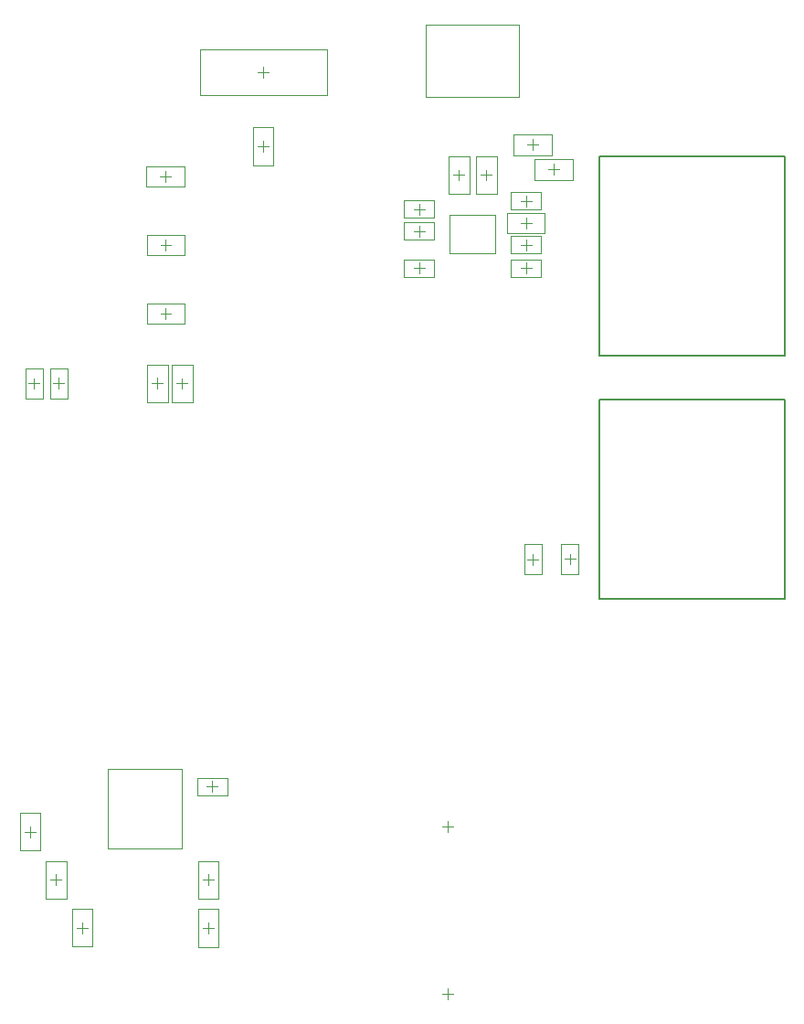
<source format=gbr>
G04*
G04 #@! TF.GenerationSoftware,Altium Limited,Altium Designer,23.2.1 (34)*
G04*
G04 Layer_Color=32768*
%FSLAX44Y44*%
%MOMM*%
G71*
G04*
G04 #@! TF.SameCoordinates,66AF3463-A4ED-4445-B3F6-74E376143534*
G04*
G04*
G04 #@! TF.FilePolarity,Positive*
G04*
G01*
G75*
%ADD12C,0.1270*%
%ADD83C,0.1000*%
%ADD85C,0.0500*%
D12*
X615030Y500420D02*
Y685220D01*
X787010D01*
Y500420D02*
Y685220D01*
X615030Y500420D02*
X787010D01*
X615030Y725210D02*
X787010D01*
Y910010D01*
X615030D02*
X787010D01*
X615030Y725210D02*
Y910010D01*
D83*
X572880Y892890D02*
Y902890D01*
X567880Y897890D02*
X577880D01*
X555380Y907390D02*
X590380D01*
X555380Y888390D02*
X590380D01*
X555380D02*
Y907390D01*
X590380Y888390D02*
Y907390D01*
X553610Y915750D02*
Y925750D01*
X548610Y920750D02*
X558610D01*
X536110Y930250D02*
X571110D01*
X536110Y911250D02*
X571110D01*
X536110D02*
Y930250D01*
X571110Y911250D02*
Y930250D01*
X219100Y717160D02*
X238100D01*
X219100Y682160D02*
X238100D01*
Y717160D01*
X219100Y682160D02*
Y717160D01*
X228600Y694660D02*
Y704660D01*
X223600Y699660D02*
X233600D01*
X196240Y717380D02*
X215240D01*
X196240Y682380D02*
X215240D01*
Y717380D01*
X196240Y682380D02*
Y717380D01*
X205740Y694880D02*
Y704880D01*
X200740Y699880D02*
X210740D01*
X583010Y537090D02*
X593010D01*
X588010Y532090D02*
Y542090D01*
X580010Y523090D02*
Y551090D01*
X596010Y523090D02*
Y551090D01*
X580010Y523090D02*
X596010D01*
X580010Y551090D02*
X596010D01*
X548720Y536970D02*
X558720D01*
X553720Y531970D02*
Y541970D01*
X545720Y522970D02*
Y550970D01*
X561720Y522970D02*
Y550970D01*
X545720Y522970D02*
X561720D01*
X545720Y550970D02*
X561720D01*
X102260Y257640D02*
X121260D01*
X102260Y222640D02*
X121260D01*
Y257640D01*
X102260Y222640D02*
Y257640D01*
X111760Y235140D02*
Y245140D01*
X106760Y240140D02*
X116760D01*
X126390Y213190D02*
X145390D01*
X126390Y178190D02*
X145390D01*
Y213190D01*
X126390Y178190D02*
Y213190D01*
X135890Y190690D02*
Y200690D01*
X130890Y195690D02*
X140890D01*
X78130Y302090D02*
X97130D01*
X78130Y267090D02*
X97130D01*
Y302090D01*
X78130Y267090D02*
Y302090D01*
X87630Y279590D02*
Y289590D01*
X82630Y284590D02*
X92630D01*
X109300Y699770D02*
X119300D01*
X114300Y694770D02*
Y704770D01*
X106300Y685770D02*
Y713770D01*
X122300Y685770D02*
Y713770D01*
X106300Y685770D02*
X122300D01*
X106300Y713770D02*
X122300D01*
X86440Y699650D02*
X96440D01*
X91440Y694650D02*
Y704650D01*
X83440Y685650D02*
Y713650D01*
X99440Y685650D02*
Y713650D01*
X83440Y685650D02*
X99440D01*
X83440Y713650D02*
X99440D01*
X547370Y863680D02*
Y873680D01*
X542370Y868680D02*
X552370D01*
X533370Y876680D02*
X561370D01*
X533370Y860680D02*
X561370D01*
X533370D02*
Y876680D01*
X561370Y860680D02*
Y876680D01*
X448310Y856060D02*
Y866060D01*
X443310Y861060D02*
X453310D01*
X434310Y853060D02*
X462310D01*
X434310Y869060D02*
X462310D01*
Y853060D02*
Y869060D01*
X434310Y853060D02*
Y869060D01*
X448190Y835740D02*
Y845740D01*
X443190Y840740D02*
X453190D01*
X434190Y832740D02*
X462190D01*
X434190Y848740D02*
X462190D01*
Y832740D02*
Y848740D01*
X434190Y832740D02*
Y848740D01*
X529870Y838860D02*
Y857860D01*
X564870Y838860D02*
Y857860D01*
X529870D02*
X564870D01*
X529870Y838860D02*
X564870D01*
X542370Y848360D02*
X552370D01*
X547370Y843360D02*
Y853360D01*
X547250Y823040D02*
Y833040D01*
X542250Y828040D02*
X552250D01*
X533250Y836040D02*
X561250D01*
X533250Y820040D02*
X561250D01*
X533250D02*
Y836040D01*
X561250Y820040D02*
Y836040D01*
X501040Y910200D02*
X520040D01*
X501040Y875200D02*
X520040D01*
Y910200D01*
X501040Y875200D02*
Y910200D01*
X510540Y887700D02*
Y897700D01*
X505540Y892700D02*
X515540D01*
X475640Y910200D02*
X494640D01*
X475640Y875200D02*
X494640D01*
Y910200D01*
X475640Y875200D02*
Y910200D01*
X485140Y887700D02*
Y897700D01*
X480140Y892700D02*
X490140D01*
X448430Y801450D02*
Y811450D01*
X443430Y806450D02*
X453430D01*
X434430Y798450D02*
X462430D01*
X434430Y814450D02*
X462430D01*
Y798450D02*
Y814450D01*
X434430Y798450D02*
Y814450D01*
X547250Y801450D02*
Y811450D01*
X542250Y806450D02*
X552250D01*
X533250Y814450D02*
X561250D01*
X533250Y798450D02*
X561250D01*
X533250D02*
Y814450D01*
X561250Y798450D02*
Y814450D01*
X243230Y257640D02*
X262230D01*
X243230Y222640D02*
X262230D01*
Y257640D01*
X243230Y222640D02*
Y257640D01*
X252730Y235140D02*
Y245140D01*
X247730Y240140D02*
X257730D01*
X256420Y321390D02*
Y331390D01*
X251420Y326390D02*
X261420D01*
X242420Y334390D02*
X270420D01*
X242420Y318390D02*
X270420D01*
X242420D02*
Y334390D01*
X270420Y318390D02*
Y334390D01*
X243230Y177970D02*
X262230D01*
X243230Y212970D02*
X262230D01*
X243230Y177970D02*
Y212970D01*
X262230Y177970D02*
Y212970D01*
X252730Y190470D02*
Y200470D01*
X247730Y195470D02*
X257730D01*
X294030Y936870D02*
X313030D01*
X294030Y901870D02*
X313030D01*
Y936870D01*
X294030Y901870D02*
Y936870D01*
X303530Y914370D02*
Y924370D01*
X298530Y919370D02*
X308530D01*
X469980Y289560D02*
X479980D01*
X474980Y284560D02*
Y294560D01*
X469980Y134620D02*
X479980D01*
X474980Y129620D02*
Y139620D01*
X303930Y983060D02*
Y993060D01*
X298930Y988060D02*
X308930D01*
X230970Y755040D02*
Y774040D01*
X195970Y755040D02*
Y774040D01*
Y755040D02*
X230970D01*
X195970Y774040D02*
X230970D01*
X208470Y764540D02*
X218470D01*
X213470Y759540D02*
Y769540D01*
X230970Y818540D02*
Y837540D01*
X195970Y818540D02*
Y837540D01*
Y818540D02*
X230970D01*
X195970Y837540D02*
X230970D01*
X208470Y828040D02*
X218470D01*
X213470Y823040D02*
Y833040D01*
X230750Y882040D02*
Y901040D01*
X195750Y882040D02*
Y901040D01*
Y882040D02*
X230750D01*
X195750Y901040D02*
X230750D01*
X208250Y891540D02*
X218250D01*
X213250Y886540D02*
Y896540D01*
D85*
X160060Y269300D02*
X228560D01*
Y342900D01*
X160060D02*
X228560D01*
X160060Y269300D02*
Y342900D01*
X476790Y820700D02*
Y855700D01*
X518890Y820700D02*
Y855700D01*
X476790D02*
X518890D01*
X476790Y820700D02*
X518890D01*
X454390Y965130D02*
X540790D01*
X454390D02*
Y1031790D01*
X540790D01*
Y965130D02*
Y1031790D01*
X244930Y967060D02*
X362930D01*
X244930D02*
Y1009060D01*
X362930D01*
Y967060D02*
Y1009060D01*
M02*

</source>
